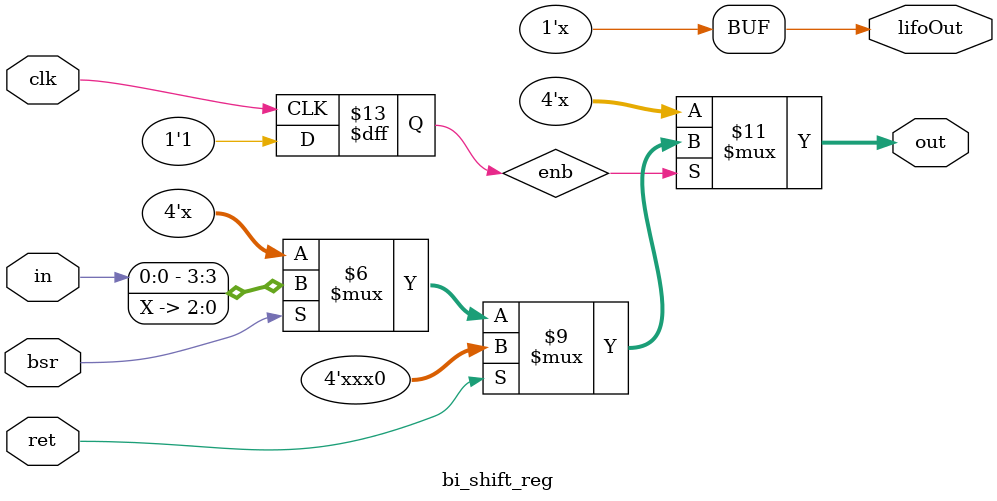
<source format=v>
  module bi_shift_reg ( input in, 
								input clk, 
								input ret,
								input bsr,
								output reg [3:0]out, 
								//output reg out2,
								//output reg out1,
								//output reg out0,
								output reg lifoOut);
								//output reg fifoOut);   
								
	reg enb;

	
	
	always @(posedge clk)
	begin
			enb <= 1;	
	end
	
	always @ (ret or bsr)
			if (enb)
			begin
				if(ret)
					begin 	//pop
					  out <= {out[2:0], 1'b0};
					  lifoOut <= out[3];
					end
				else if (bsr)
					begin	//push
						//fifoOut <= out0;
						out <= {in, out[3:1]};		  
					end
			end
endmodule


</source>
